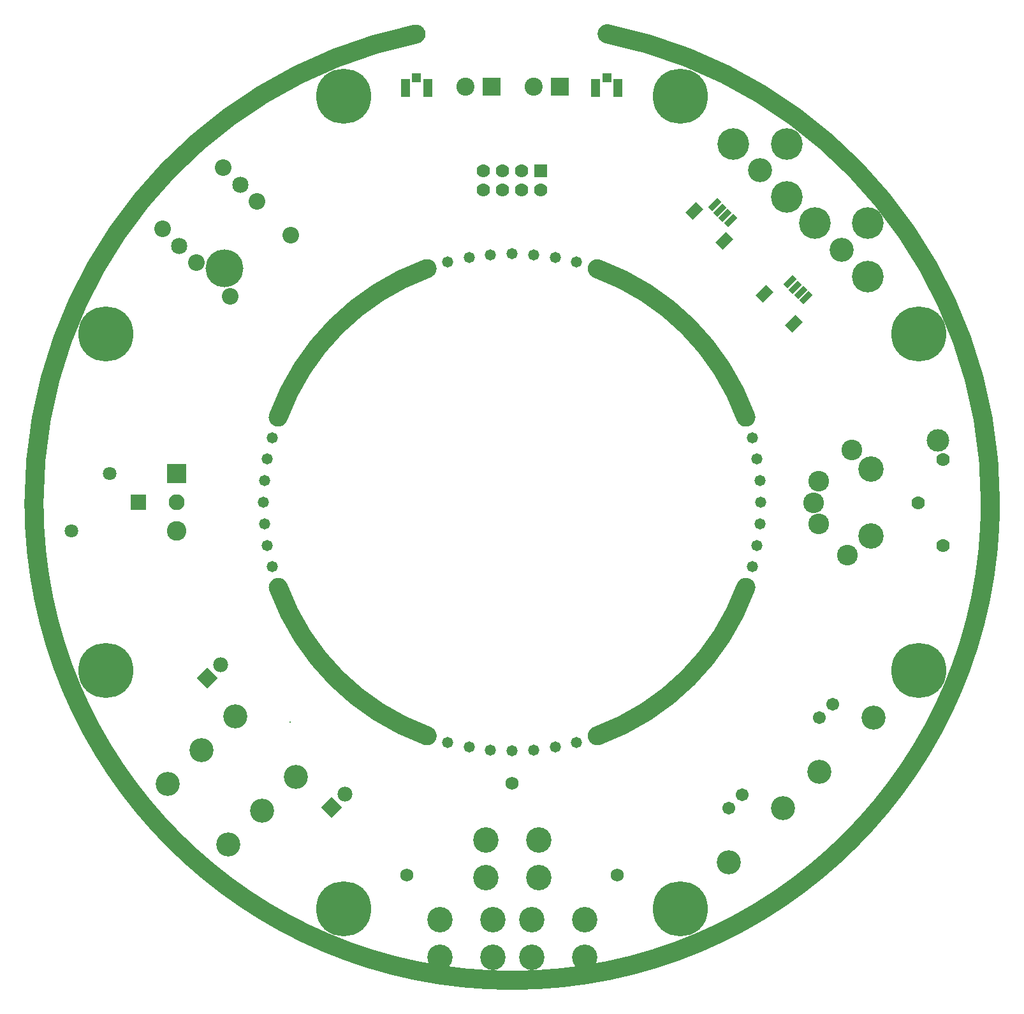
<source format=gts>
G04*
G04 #@! TF.GenerationSoftware,Altium Limited,Altium Designer,20.2.6 (244)*
G04*
G04 Layer_Color=20142*
%FSLAX25Y25*%
%MOIN*%
G70*
G04*
G04 #@! TF.SameCoordinates,0B2D2C80-7AF4-4F1A-9CF9-E7062EFAC0B4*
G04*
G04*
G04 #@! TF.FilePolarity,Negative*
G04*
G01*
G75*
%ADD10C,0.10000*%
G04:AMPARAMS|DCode=19|XSize=31.62mil|YSize=69.02mil|CornerRadius=0mil|HoleSize=0mil|Usage=FLASHONLY|Rotation=135.000|XOffset=0mil|YOffset=0mil|HoleType=Round|Shape=Rectangle|*
%AMROTATEDRECTD19*
4,1,4,0.03558,0.01322,-0.01322,-0.03558,-0.03558,-0.01322,0.01322,0.03558,0.03558,0.01322,0.0*
%
%ADD19ROTATEDRECTD19*%

G04:AMPARAMS|DCode=20|XSize=55.24mil|YSize=78.87mil|CornerRadius=0mil|HoleSize=0mil|Usage=FLASHONLY|Rotation=135.000|XOffset=0mil|YOffset=0mil|HoleType=Round|Shape=Rectangle|*
%AMROTATEDRECTD20*
4,1,4,0.04742,0.00835,-0.00835,-0.04742,-0.04742,-0.00835,0.00835,0.04742,0.04742,0.00835,0.0*
%
%ADD20ROTATEDRECTD20*%

%ADD21R,0.04737X0.04934*%
%ADD22R,0.04934X0.09461*%
%ADD23C,0.10800*%
%ADD24C,0.13300*%
%ADD25C,0.07000*%
%ADD26C,0.11800*%
%ADD27C,0.07800*%
%ADD28P,0.11031X4X90.0*%
%ADD29C,0.03800*%
%ADD30C,0.28800*%
%ADD31C,0.06800*%
%ADD32C,0.09461*%
%ADD33R,0.09461X0.09461*%
%ADD34C,0.16548*%
%ADD35C,0.12611*%
%ADD36C,0.08300*%
%ADD37C,0.10250*%
%ADD38R,0.10250X0.10250*%
%ADD39R,0.08300X0.08300*%
%ADD40C,0.07100*%
%ADD41C,0.06706*%
%ADD42C,0.00800*%
%ADD43C,0.08500*%
%ADD44C,0.08674*%
%ADD45C,0.19800*%
%ADD46R,0.07000X0.07000*%
%ADD47C,0.05800*%
D10*
X-44500Y122263D02*
G03*
X-122311Y44518I44351J-122201D01*
G01*
X-122268Y-44510D02*
G03*
X-44460Y-122152I122120J44573D01*
G01*
X122160Y44463D02*
G03*
X44463Y122160I-122160J-44463D01*
G01*
Y-122160D02*
G03*
X122160Y-44463I-44463J122160D01*
G01*
X-50273Y244893D02*
G03*
X-250000Y0I50273J-244893D01*
G01*
X250000D02*
G03*
X49607Y245029I-250000J0D01*
G01*
X0Y-250000D02*
G03*
X250000Y0I0J250000D01*
G01*
X-250000D02*
G03*
X0Y-250000I250000J0D01*
G01*
D19*
X153568Y106932D02*
D03*
X150784Y109716D02*
D03*
X148000Y112500D02*
D03*
X145216Y115284D02*
D03*
X114121Y147269D02*
D03*
X111337Y150053D02*
D03*
X108553Y152837D02*
D03*
X105769Y155621D02*
D03*
D20*
X147339Y93465D02*
D03*
X131888Y109194D02*
D03*
X110850Y136760D02*
D03*
X95260Y152350D02*
D03*
D21*
X49500Y222158D02*
D03*
X-50000D02*
D03*
D22*
X43595Y216843D02*
D03*
X55405D02*
D03*
X-55905D02*
D03*
X-44094D02*
D03*
D23*
X160200Y11050D02*
D03*
X160200Y-11450D02*
D03*
X157700Y-200D02*
D03*
X175200Y-27700D02*
D03*
X177700Y27300D02*
D03*
D24*
X187700Y-17700D02*
D03*
X187700Y17300D02*
D03*
X10200Y-237850D02*
D03*
X37800D02*
D03*
Y-218150D02*
D03*
X10200D02*
D03*
X-13800Y-196350D02*
D03*
X13800D02*
D03*
X13800Y-176650D02*
D03*
X-13800D02*
D03*
X-37800Y-237850D02*
D03*
X-10200D02*
D03*
Y-218150D02*
D03*
X-37800D02*
D03*
D25*
X212200Y-200D02*
D03*
X225200Y-22700D02*
D03*
X225200Y22300D02*
D03*
X-15000Y163500D02*
D03*
X-15000Y173500D02*
D03*
X-5000Y163500D02*
D03*
X-5000Y173500D02*
D03*
X5000Y163500D02*
D03*
X5000Y173500D02*
D03*
X15000Y163500D02*
D03*
D26*
X222700Y32300D02*
D03*
D27*
X-152500Y-85000D02*
D03*
X-87500Y-152500D02*
D03*
D28*
X-159571Y-92071D02*
D03*
X-94571Y-159571D02*
D03*
D29*
X95583Y220058D02*
D03*
X80451Y204926D02*
D03*
X97903Y216587D02*
D03*
X78132Y208398D02*
D03*
X98717Y212492D02*
D03*
X77317Y212492D02*
D03*
X97903Y208398D02*
D03*
X78132Y216587D02*
D03*
X95583Y204926D02*
D03*
X80451Y220058D02*
D03*
X92112Y202607D02*
D03*
X83922Y222378D02*
D03*
X88017Y201792D02*
D03*
X88017Y223192D02*
D03*
X92112Y222378D02*
D03*
X83922Y202607D02*
D03*
X-88017Y223192D02*
D03*
X-88017Y201792D02*
D03*
X-83922Y222378D02*
D03*
X-92112Y202607D02*
D03*
X-80451Y220058D02*
D03*
X-95583Y204926D02*
D03*
X-78132Y216587D02*
D03*
X-97903Y208398D02*
D03*
X-77317Y212492D02*
D03*
X-98717Y212492D02*
D03*
X-78132Y208398D02*
D03*
X-97903Y216587D02*
D03*
X-80451Y204926D02*
D03*
X-95583Y220058D02*
D03*
X-92112Y222378D02*
D03*
X-83922Y202607D02*
D03*
X-95583Y-220058D02*
D03*
X-80451Y-204926D02*
D03*
X-97903Y-216587D02*
D03*
X-78132Y-208398D02*
D03*
X-98717Y-212492D02*
D03*
X-77317D02*
D03*
X-97903Y-208398D02*
D03*
X-78132Y-216587D02*
D03*
X-95583Y-204926D02*
D03*
X-80451Y-220058D02*
D03*
X-92112Y-202607D02*
D03*
X-83922Y-222378D02*
D03*
X-88017Y-201792D02*
D03*
Y-223192D02*
D03*
X-92112Y-222378D02*
D03*
X-83922Y-202607D02*
D03*
X88017Y-223192D02*
D03*
Y-201792D02*
D03*
X83922Y-222378D02*
D03*
X92112Y-202607D02*
D03*
X80451Y-220058D02*
D03*
X95583Y-204926D02*
D03*
X78132Y-216587D02*
D03*
X97903Y-208398D02*
D03*
X77317Y-212492D02*
D03*
X98717D02*
D03*
X78132Y-208398D02*
D03*
X97903Y-216587D02*
D03*
X80451Y-204926D02*
D03*
X95583Y-220058D02*
D03*
X92112Y-222378D02*
D03*
X83922Y-202607D02*
D03*
X-220058Y95583D02*
D03*
X-204926Y80451D02*
D03*
X-216587Y97903D02*
D03*
X-208398Y78132D02*
D03*
X-212492Y98717D02*
D03*
Y77317D02*
D03*
X-208398Y97903D02*
D03*
X-216587Y78132D02*
D03*
X-204926Y95583D02*
D03*
X-220058Y80451D02*
D03*
X-202607Y92112D02*
D03*
X-222378Y83922D02*
D03*
X-201792Y88017D02*
D03*
X-223192D02*
D03*
X-222378Y92112D02*
D03*
X-202607Y83922D02*
D03*
X223152Y88944D02*
D03*
X201833Y87091D02*
D03*
X222695Y84794D02*
D03*
X202289Y91241D02*
D03*
X220685Y81134D02*
D03*
X204300Y94900D02*
D03*
X217427Y78523D02*
D03*
X207557Y97511D02*
D03*
X213419Y77357D02*
D03*
X211566Y98677D02*
D03*
X209269Y77814D02*
D03*
X215716Y98220D02*
D03*
X205610Y79825D02*
D03*
X219375Y96210D02*
D03*
X221986Y92952D02*
D03*
X202998Y83082D02*
D03*
X220058Y-95583D02*
D03*
X204926Y-80451D02*
D03*
X216587Y-97903D02*
D03*
X208398Y-78132D02*
D03*
X212492Y-98717D02*
D03*
X212492Y-77317D02*
D03*
X208398Y-97903D02*
D03*
X216587Y-78132D02*
D03*
X204926Y-95583D02*
D03*
X220058Y-80451D02*
D03*
X202607Y-92112D02*
D03*
X222378Y-83922D02*
D03*
X201792Y-88017D02*
D03*
X223192Y-88017D02*
D03*
X222378Y-92112D02*
D03*
X202607Y-83922D02*
D03*
X-223192Y-88017D02*
D03*
X-201792D02*
D03*
X-222378Y-83922D02*
D03*
X-202607Y-92112D02*
D03*
X-220058Y-80451D02*
D03*
X-204926Y-95583D02*
D03*
X-216587Y-78132D02*
D03*
X-208398Y-97903D02*
D03*
X-212492Y-77317D02*
D03*
Y-98717D02*
D03*
X-208398Y-78132D02*
D03*
X-216587Y-97903D02*
D03*
X-204926Y-80451D02*
D03*
X-220058Y-95583D02*
D03*
X-222378Y-92112D02*
D03*
X-202607Y-83922D02*
D03*
D30*
X88017Y212492D02*
D03*
X-88017D02*
D03*
Y-212492D02*
D03*
X88017D02*
D03*
X-212492Y88017D02*
D03*
X212492D02*
D03*
Y-88017D02*
D03*
X-212492D02*
D03*
D31*
X0Y-147000D02*
D03*
X55000Y-195000D02*
D03*
X-55000D02*
D03*
D32*
X-24390Y217500D02*
D03*
X11220Y217500D02*
D03*
D33*
X-10610D02*
D03*
X25000D02*
D03*
D34*
X143500Y159661D02*
D03*
X143500Y187500D02*
D03*
X115661Y187500D02*
D03*
X158161Y146000D02*
D03*
X186000Y146000D02*
D03*
X186000Y118161D02*
D03*
D35*
X129581Y173581D02*
D03*
X113216Y-188284D02*
D03*
X141500Y-160000D02*
D03*
X160500Y-141000D02*
D03*
X188784Y-112716D02*
D03*
X-144735Y-111899D02*
D03*
X-162413Y-129577D02*
D03*
X-180090Y-147254D02*
D03*
X-148354Y-178990D02*
D03*
X-130677Y-161313D02*
D03*
X-112999Y-143635D02*
D03*
X172081Y132081D02*
D03*
D36*
X-175500Y-0D02*
D03*
D37*
X-175500Y-15000D02*
D03*
D38*
X-175500Y15000D02*
D03*
D39*
X-195500Y0D02*
D03*
D40*
X-230500Y-15000D02*
D03*
X-210500Y15000D02*
D03*
D41*
X113216Y-160000D02*
D03*
X120287Y-152929D02*
D03*
X160500Y-112716D02*
D03*
X167571Y-105645D02*
D03*
D42*
X-115978Y-114878D02*
D03*
D43*
X-174002Y134182D02*
D03*
X-142182Y166001D02*
D03*
D44*
X-147555Y107735D02*
D03*
X-115735Y139555D02*
D03*
X-151090Y174910D02*
D03*
X-182910Y143090D02*
D03*
X-165232Y125412D02*
D03*
X-133412Y157232D02*
D03*
D45*
X-150394Y122434D02*
D03*
D46*
X15000Y173500D02*
D03*
D47*
X117820Y-54940D02*
D03*
X122160Y-44463D02*
D03*
X129505Y-11330D02*
D03*
X130000Y0D02*
D03*
X125570Y-33647D02*
D03*
X128025Y-22574D02*
D03*
X112583Y-65000D02*
D03*
X129505Y11330D02*
D03*
X91924Y-91924D02*
D03*
X83562Y-99586D02*
D03*
X99586Y-83562D02*
D03*
X-44463Y-122160D02*
D03*
X-55386Y-118075D02*
D03*
X-65000Y-112583D02*
D03*
X-129505Y-11330D02*
D03*
X-128025Y-22574D02*
D03*
X-125570Y-33647D02*
D03*
X-122160Y-44463D02*
D03*
X-117820Y-54940D02*
D03*
X-112583Y-65000D02*
D03*
X-106490Y-74565D02*
D03*
X-99586Y-83562D02*
D03*
X-92267Y-92572D02*
D03*
X-83562Y-99586D02*
D03*
X-74565Y-106490D02*
D03*
X-33647Y-125570D02*
D03*
X-22574Y-128025D02*
D03*
X-11330Y-129505D02*
D03*
X0Y-130000D02*
D03*
X11330Y-129505D02*
D03*
X22574Y-128025D02*
D03*
X33647Y-125570D02*
D03*
X44463Y-122160D02*
D03*
X54940Y-117820D02*
D03*
X65000Y-112583D02*
D03*
X74565Y-106490D02*
D03*
X106490Y-74565D02*
D03*
X128025Y22574D02*
D03*
X125570Y33647D02*
D03*
X122160Y44463D02*
D03*
X117820Y54940D02*
D03*
X112583Y65000D02*
D03*
X106490Y74565D02*
D03*
X99586Y83562D02*
D03*
X91924Y91924D02*
D03*
X83562Y99586D02*
D03*
X74565Y106490D02*
D03*
X65000Y112583D02*
D03*
X54940Y117820D02*
D03*
X44463Y122160D02*
D03*
X33647Y125570D02*
D03*
X22574Y128025D02*
D03*
X11330Y129505D02*
D03*
X0Y130000D02*
D03*
X-11330Y129505D02*
D03*
X-22574Y128025D02*
D03*
X-33647Y125570D02*
D03*
X-44463Y122160D02*
D03*
X-54940Y117820D02*
D03*
X-65000Y112583D02*
D03*
X-74565Y106490D02*
D03*
X-83562Y99586D02*
D03*
X-130000Y0D02*
D03*
X-91924Y91924D02*
D03*
X-99317Y83316D02*
D03*
X-106490Y74565D02*
D03*
X-112583Y65000D02*
D03*
X-117820Y54940D02*
D03*
X-122160Y44463D02*
D03*
X-125570Y33647D02*
D03*
X-128025Y22574D02*
D03*
X-129505Y11330D02*
D03*
M02*

</source>
